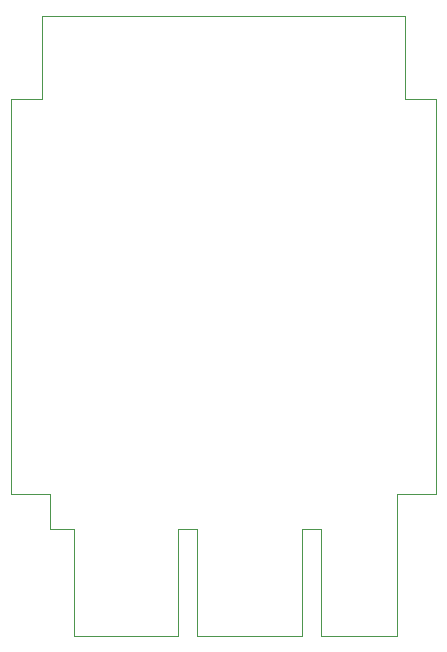
<source format=gm1>
%TF.GenerationSoftware,KiCad,Pcbnew,(6.0.1)*%
%TF.CreationDate,2022-02-03T01:47:34-08:00*%
%TF.ProjectId,sd2ps2,73643270-7332-42e6-9b69-6361645f7063,rev?*%
%TF.SameCoordinates,Original*%
%TF.FileFunction,Profile,NP*%
%FSLAX46Y46*%
G04 Gerber Fmt 4.6, Leading zero omitted, Abs format (unit mm)*
G04 Created by KiCad (PCBNEW (6.0.1)) date 2022-02-03 01:47:34*
%MOMM*%
%LPD*%
G01*
G04 APERTURE LIST*
%TA.AperFunction,Profile*%
%ADD10C,0.050000*%
%TD*%
G04 APERTURE END LIST*
D10*
X190150000Y-119400000D02*
X190150000Y-128500000D01*
X179650000Y-119400000D02*
X179650000Y-128500000D01*
X201500000Y-116500000D02*
X198200000Y-116500000D01*
X181250000Y-128500000D02*
X181250000Y-119400000D01*
X198200000Y-128500000D02*
X191750000Y-128500000D01*
X179650000Y-128500000D02*
X170850000Y-128500000D01*
X198200000Y-116500000D02*
X198200000Y-128500000D01*
X191750000Y-119400000D02*
X190150000Y-119400000D01*
X168800000Y-119400000D02*
X168800000Y-116500000D01*
X181250000Y-119400000D02*
X179650000Y-119400000D01*
X190150000Y-128500000D02*
X181250000Y-128500000D01*
X191750000Y-128500000D02*
X191750000Y-119400000D01*
X170850000Y-119400000D02*
X168800000Y-119400000D01*
X198900000Y-83000000D02*
X201500000Y-83000000D01*
X198900000Y-76000000D02*
X198900000Y-83000000D01*
X201500000Y-83000000D02*
X201500000Y-116500000D01*
X165500000Y-116500000D02*
X165500000Y-83000000D01*
X168800000Y-116500000D02*
X165500000Y-116500000D01*
X170850000Y-119400000D02*
X170850000Y-128500000D01*
X168100000Y-83000000D02*
X168100000Y-76000000D01*
X165500000Y-83000000D02*
X168100000Y-83000000D01*
X168100000Y-76000000D02*
X198900000Y-76000000D01*
M02*

</source>
